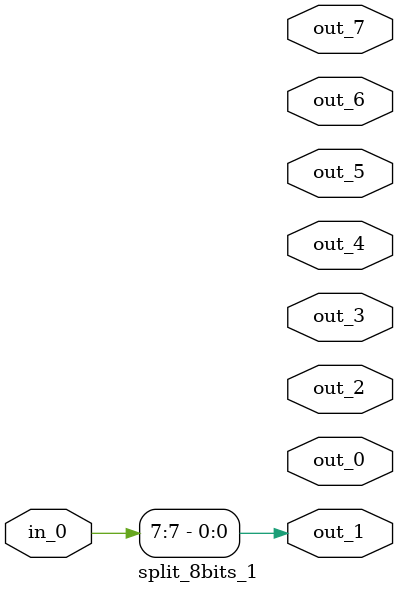
<source format=v>
module split_8bits_1 (
    input [7:0] in_0,
    output out_7,
    output out_6,
    output out_5,
    output out_4,
    output out_3,
    output out_2,
    output out_1,
    output out_0
);
    assign out_1=in_0[7];
endmodule
</source>
